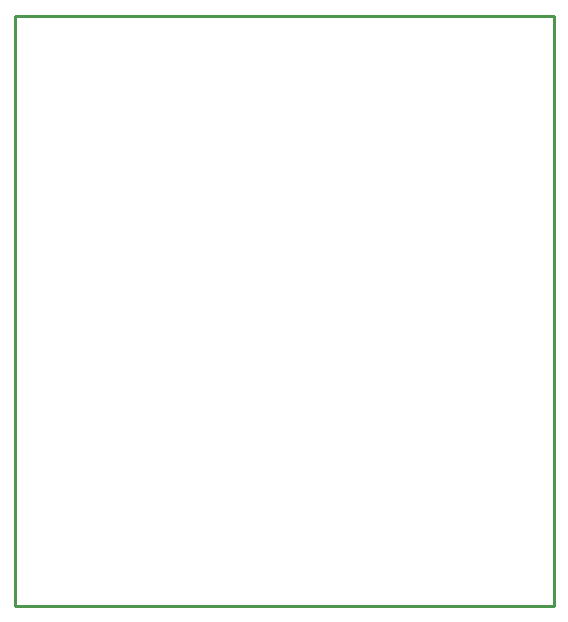
<source format=gko>
G04*
G04 #@! TF.GenerationSoftware,Altium Limited,Altium Designer,21.8.1 (53)*
G04*
G04 Layer_Color=16711935*
%FSLAX44Y44*%
%MOMM*%
G71*
G04*
G04 #@! TF.SameCoordinates,4F22C770-9D15-417D-9D0D-A021CFFA2AF0*
G04*
G04*
G04 #@! TF.FilePolarity,Positive*
G04*
G01*
G75*
%ADD15C,0.2540*%
D15*
X746760Y553720D02*
X1202690D01*
X746760Y1052830D02*
X746760Y553720D01*
X1202690Y1052830D02*
X1202690Y553720D01*
X746760Y1052830D02*
X1202690D01*
M02*

</source>
